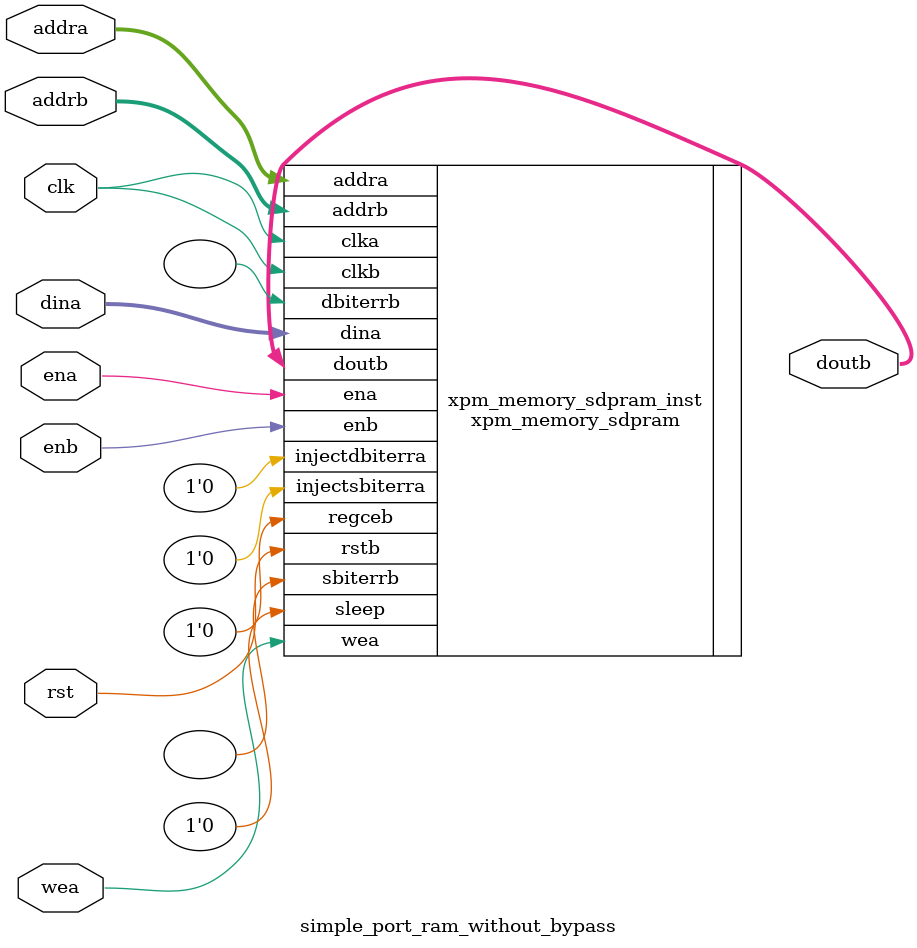
<source format=v>


module simple_port_lutram #( //used for tag
	// default data width if the fifo is of type logic
	parameter DATA_WIDTH  = 21, //tag = 20bit, valid bit = 1bit
	// $bits(dtype) * SIZE = bits of the block RAM
	parameter SIZE        = 256, //指有多少块 index 8 bit
	// parameter type dtype               = logic [DATA_WIDTH-1:0],
	parameter LATENCY     = 0,
	parameter MEMORY_SIZE = DATA_WIDTH * SIZE,
	parameter ADDR_WIDTH  = $clog2(SIZE)
) (
	input  clka,
	input  rsta,
	input  wea,
	input  ena,
	input  [$clog2(SIZE)-1:0] addra,
	input  [DATA_WIDTH-1 : 0] dina,
	output [DATA_WIDTH-1 : 0] douta
);

   xpm_memory_spram #(
      .ADDR_WIDTH_A(ADDR_WIDTH),               // DECIMAL
      .AUTO_SLEEP_TIME(0),                     // DECIMAL
      .BYTE_WRITE_WIDTH_A(DATA_WIDTH),       // DECIMAL
      //.CASCADE_HEIGHT(0),            		   // DECIMAL
      .ECC_MODE("no_ecc"),           		   // String
      .MEMORY_INIT_FILE("none"),     		   // String
      .MEMORY_INIT_PARAM("0"),       		   // String
      .MEMORY_OPTIMIZATION("true"),  		   // String
      .MEMORY_PRIMITIVE("auto"),     		   // String
      .MEMORY_SIZE(MEMORY_SIZE),     		   // DECIMAL
      .MESSAGE_CONTROL(0),           		   // DECIMAL
      .READ_DATA_WIDTH_A(DATA_WIDTH),        // DECIMAL
      .READ_LATENCY_A(LATENCY),            	   // DECIMAL
      .READ_RESET_VALUE_A("0"),      		   // String
      //.RST_MODE_A("SYNC"),           		   // String
      //.SIM_ASSERT_CHK(0),            		   // DECIMAL; 0=disable simulation messages, 1=enable simulation messages
      .USE_MEM_INIT(1),              		   // DECIMAL
      .WAKEUP_TIME("disable_sleep"), 		   // String
      .WRITE_DATA_WIDTH_A(DATA_WIDTH),       // DECIMAL
      .WRITE_MODE_A("read_first")    		   // String
   )
   xpm_memory_spram_inst (
      .dbiterra(),             // 1-bit output: Status signal to indicate double bit error occurrence
                                       // on the data output of port A.

      .douta(douta),                   // READ_DATA_WIDTH_A-bit output: Data output for port A read operations.
      .sbiterra(),             // 1-bit output: Status signal to indicate single bit error occurrence
                                       // on the data output of port A.

      .addra(addra),                   // ADDR_WIDTH_A-bit input: Address for port A write and read operations.
      .clka(clka),                     // 1-bit input: Clock signal for port A.
      .dina(dina),                     // WRITE_DATA_WIDTH_A-bit input: Data input for port A write operations.
      .ena(ena),                       // 1-bit input: Memory enable signal for port A. Must be high on clock
                                       // cycles when read or write operations are initiated. Pipelined
                                       // internally.

      .injectdbiterra(1'b0), // 1-bit input: Controls double bit error injection on input data when
                                       // ECC enabled (Error injection capability is not available in
                                       // "decode_only" mode).

      .injectsbiterra(1'b0), // 1-bit input: Controls single bit error injection on input data when
                                       // ECC enabled (Error injection capability is not available in
                                       // "decode_only" mode).

      .regcea(1'b0),                 // 1-bit input: Clock Enable for the last register stage on the output
                                       // data path.

      .rsta(rsta),                     // 1-bit input: Reset signal for the final port A output register stage.
                                       // Synchronously resets output port douta to the value specified by
                                       // parameter READ_RESET_VALUE_A.

      .sleep(1'b0),                   // 1-bit input: sleep signal to enable the dynamic power saving feature.
      .wea(wea)                        // WRITE_DATA_WIDTH_A/BYTE_WRITE_WIDTH_A-bit input: Write enable vector
                                       // for port A input data port dina. 1 bit wide when word-wide writes are
                                       // used. In byte-wide write configurations, each bit controls the
                                       // writing one byte of dina to address addra. For example, to
                                       // synchronously write only bits [15-8] of dina when WRITE_DATA_WIDTH_A
                                       // is 32, wea would be 4'b0010.

   );

endmodule

module simple_port_ram #(
	// default data width if the fifo is of type logic
	parameter DATA_WIDTH = 32,
	parameter LATENCY    = 1, //一拍后读出
	// $bits(dtype) * SIZE = bits of the block RAM
	parameter SIZE        = 256, //指有多少块
	// parameter type dtype               = logic [DATA_WIDTH-1:0],
	parameter MEMORY_SIZE = DATA_WIDTH * SIZE,
	parameter ADDR_WIDTH  = $clog2(SIZE)
) (
	input  clk,
	input  rst,
	input  wea,
	input  ena,
	input  enb,
	input  [$clog2(SIZE)-1:0] addra,
	input  [$clog2(SIZE)-1:0] addrb,
	input  [DATA_WIDTH-1 : 0]  dina,
	output [DATA_WIDTH-1 : 0]  doutb
);

// xpm_memory_sdpram: Simple Dual Port RAM
   // Xilinx Parameterized Macro, version 2019.2
   reg valid;
   reg [DATA_WIDTH-1 : 0]  doutb_bypass;
   wire [DATA_WIDTH-1 : 0] doutb_byram ;
   always @(posedge clk) begin
      if (enb) begin//如果是读端口读使能打开
         if (wea & ena & addra == addrb) begin//那么检测是否需要写优先
            valid <= 1'b1;
            doutb_bypass <= dina;
         end 
         else begin
            valid <= 1'b0;
         end
      end
   end
   assign doutb = (valid) ? doutb_bypass : doutb_byram;
   xpm_memory_sdpram #(
      .ADDR_WIDTH_A(ADDR_WIDTH),               // DECIMAL
      .ADDR_WIDTH_B(ADDR_WIDTH),               // DECIMAL
      .AUTO_SLEEP_TIME(0),            // DECIMAL
      .BYTE_WRITE_WIDTH_A(DATA_WIDTH),        // DECIMAL
      //.CASCADE_HEIGHT(0),             // DECIMAL
      .CLOCKING_MODE("common_clock"), // String
      .ECC_MODE("no_ecc"),            // String
      .MEMORY_INIT_FILE("none"),      // String
      .MEMORY_INIT_PARAM("0"),        // String
      .MEMORY_OPTIMIZATION("true"),   // String
      .MEMORY_PRIMITIVE("distributed"),      // String distributed
      .MEMORY_SIZE(MEMORY_SIZE),             // DECIMAL
      .MESSAGE_CONTROL(0),            // DECIMAL
      .READ_DATA_WIDTH_B(DATA_WIDTH),         // DECIMAL
      .READ_LATENCY_B(LATENCY),             // DECIMAL
      .READ_RESET_VALUE_B("0"),       // String
      //.RST_MODE_A("SYNC"),            // String
      //.RST_MODE_B("SYNC"),            // String
      //.SIM_ASSERT_CHK(0),             // DECIMAL; 0=disable simulation messages, 1=enable simulation messages
      .USE_EMBEDDED_CONSTRAINT(0),    // DECIMAL
      .USE_MEM_INIT(1),               // DECIMAL
      .WAKEUP_TIME("disable_sleep"),  // String
      .WRITE_DATA_WIDTH_A(DATA_WIDTH),        // DECIMAL
      .WRITE_MODE_B("read_first")      // String
   )
   xpm_memory_sdpram_inst (
      .dbiterrb(),             // 1-bit output: Status signal to indicate double bit error occurrence
                                       // on the data output of port B.

      .doutb(doutb_byram),                   // READ_DATA_WIDTH_B-bit output: Data output for port B read operations.
      .sbiterrb(),             // 1-bit output: Status signal to indicate single bit error occurrence
                                       // on the data output of port B.

      .addra(addra),                   // ADDR_WIDTH_A-bit input: Address for port A write operations.
      .addrb(addrb),                   // ADDR_WIDTH_B-bit input: Address for port B read operations.
      .clka(clk),                     // 1-bit input: Clock signal for port A. Also clocks port B when
                                       // parameter CLOCKING_MODE is "common_clock".

      .clkb(clk),                     // 1-bit input: Clock signal for port B when parameter CLOCKING_MODE is
                                       // "independent_clock". Unused when parameter CLOCKING_MODE is
                                       // "common_clock".

      .dina(dina),                     // WRITE_DATA_WIDTH_A-bit input: Data input for port A write operations.
      .ena(ena),                       // 1-bit input: Memory enable signal for port A. Must be high on clock
                                       // cycles when write operations are initiated. Pipelined internally.

      .enb(enb),                       // 1-bit input: Memory enable signal for port B. Must be high on clock
                                       // cycles when read operations are initiated. Pipelined internally.

      .injectdbiterra(1'b0), // 1-bit input: Controls double bit error injection on input data when
                                       // ECC enabled (Error injection capability is not available in
                                       // "decode_only" mode).

      .injectsbiterra(1'b0), // 1-bit input: Controls single bit error injection on input data when
                                       // ECC enabled (Error injection capability is not available in
                                       // "decode_only" mode).

      .regceb(1'b0),                 // 1-bit input: Clock Enable for the last register stage on the output
                                       // data path.

      .rstb(rst),                     // 1-bit input: Reset signal for the final port B output register stage.
                                       // Synchronously resets output port doutb to the value specified by
                                       // parameter READ_RESET_VALUE_B.

      .sleep(1'b0),                   // 1-bit input: sleep signal to enable the dynamic power saving feature.
      .wea(wea)                        // WRITE_DATA_WIDTH_A/BYTE_WRITE_WIDTH_A-bit input: Write enable vector
                                       // for port A input data port dina. 1 bit wide when word-wide writes are
                                       // used. In byte-wide write configurations, each bit controls the
                                       // writing one byte of dina to address addra. For example, to
                                       // synchronously write only bits [15-8] of dina when WRITE_DATA_WIDTH_A
                                       // is 32, wea would be 4'b0010.

   );

endmodule



module simple_port_ram_without_bypass #(
	// default data width if the fifo is of type logic
	parameter DATA_WIDTH = 32,
	parameter LATENCY    = 1, //一拍后读出
	// $bits(dtype) * SIZE = bits of the block RAM
	parameter SIZE        = 256, //指有多少块
	// parameter type dtype               = logic [DATA_WIDTH-1:0],
	parameter MEMORY_SIZE = DATA_WIDTH * SIZE,
	parameter ADDR_WIDTH  = $clog2(SIZE)
) (
	input  clk,
	input  rst,
	input  wea,
	input  ena,
	input  enb,
	input  [$clog2(SIZE)-1:0] addra,
	input  [$clog2(SIZE)-1:0] addrb,
	input  [DATA_WIDTH-1 : 0] dina,
	output [DATA_WIDTH-1 : 0] doutb
);

// xpm_memory_sdpram: Simple Dual Port RAM
   // Xilinx Parameterized Macro, version 2019.2

   xpm_memory_sdpram #(
      .ADDR_WIDTH_A(ADDR_WIDTH),               // DECIMAL
      .ADDR_WIDTH_B(ADDR_WIDTH),               // DECIMAL
      .AUTO_SLEEP_TIME(0),            // DECIMAL
      .BYTE_WRITE_WIDTH_A(DATA_WIDTH),        // DECIMAL
      //.CASCADE_HEIGHT(0),             // DECIMAL
      .CLOCKING_MODE("common_clock"), // String
      .ECC_MODE("no_ecc"),            // String
      .MEMORY_INIT_FILE("none"),      // String
      .MEMORY_INIT_PARAM("0"),        // String
      .MEMORY_OPTIMIZATION("true"),   // String
      .MEMORY_PRIMITIVE("distributed"),      // String distributed
      .MEMORY_SIZE(MEMORY_SIZE),             // DECIMAL
      .MESSAGE_CONTROL(0),            // DECIMAL
      .READ_DATA_WIDTH_B(DATA_WIDTH),         // DECIMAL
      .READ_LATENCY_B(LATENCY),             // DECIMAL
      .READ_RESET_VALUE_B("0"),       // String
      //.RST_MODE_A("SYNC"),            // String
      //.RST_MODE_B("SYNC"),            // String
      //.SIM_ASSERT_CHK(0),             // DECIMAL; 0=disable simulation messages, 1=enable simulation messages
      .USE_EMBEDDED_CONSTRAINT(0),    // DECIMAL
      .USE_MEM_INIT(1),               // DECIMAL
      .WAKEUP_TIME("disable_sleep"),  // String
      .WRITE_DATA_WIDTH_A(DATA_WIDTH),        // DECIMAL
      .WRITE_MODE_B("read_first")      // String
   )
   xpm_memory_sdpram_inst (
      .dbiterrb(),             // 1-bit output: Status signal to indicate double bit error occurrence
                                       // on the data output of port B.

      .doutb(doutb),                   // READ_DATA_WIDTH_B-bit output: Data output for port B read operations.
      .sbiterrb(),             // 1-bit output: Status signal to indicate single bit error occurrence
                                       // on the data output of port B.

      .addra(addra),                   // ADDR_WIDTH_A-bit input: Address for port A write operations.
      .addrb(addrb),                   // ADDR_WIDTH_B-bit input: Address for port B read operations.
      .clka(clk),                     // 1-bit input: Clock signal for port A. Also clocks port B when
                                       // parameter CLOCKING_MODE is "common_clock".

      .clkb(clk),                     // 1-bit input: Clock signal for port B when parameter CLOCKING_MODE is
                                       // "independent_clock". Unused when parameter CLOCKING_MODE is
                                       // "common_clock".

      .dina(dina),                     // WRITE_DATA_WIDTH_A-bit input: Data input for port A write operations.
      .ena(ena),                       // 1-bit input: Memory enable signal for port A. Must be high on clock
                                       // cycles when write operations are initiated. Pipelined internally.

      .enb(enb),                       // 1-bit input: Memory enable signal for port B. Must be high on clock
                                       // cycles when read operations are initiated. Pipelined internally.

      .injectdbiterra(1'b0), // 1-bit input: Controls double bit error injection on input data when
                                       // ECC enabled (Error injection capability is not available in
                                       // "decode_only" mode).

      .injectsbiterra(1'b0), // 1-bit input: Controls single bit error injection on input data when
                                       // ECC enabled (Error injection capability is not available in
                                       // "decode_only" mode).

      .regceb(1'b0),                 // 1-bit input: Clock Enable for the last register stage on the output
                                       // data path.

      .rstb(rst),                     // 1-bit input: Reset signal for the final port B output register stage.
                                       // Synchronously resets output port doutb to the value specified by
                                       // parameter READ_RESET_VALUE_B.

      .sleep(1'b0),                   // 1-bit input: sleep signal to enable the dynamic power saving feature.
      .wea(wea)                        // WRITE_DATA_WIDTH_A/BYTE_WRITE_WIDTH_A-bit input: Write enable vector
                                       // for port A input data port dina. 1 bit wide when word-wide writes are
                                       // used. In byte-wide write configurations, each bit controls the
                                       // writing one byte of dina to address addra. For example, to
                                       // synchronously write only bits [15-8] of dina when WRITE_DATA_WIDTH_A
                                       // is 32, wea would be 4'b0010.

   );

endmodule
</source>
